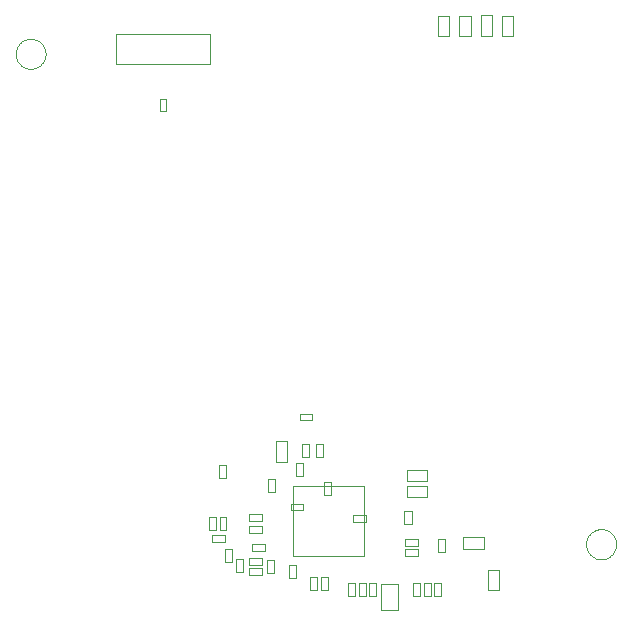
<source format=gbr>
%FSLAX44Y44*%
%MOMM*%
%SFA1B1*%

%IPPOS*%
%ADD117C,0.100000*%
G54D117*
X510699Y113249D02*
D01*
X510669Y114135*
X510576Y115017*
X510422Y115890*
X510208Y116750*
X509933Y117593*
X509601Y118415*
X509213Y119212*
X508770Y119979*
X508274Y120714*
X507728Y121413*
X507135Y122072*
X506497Y122687*
X505818Y123257*
X505101Y123778*
X504349Y124248*
X503567Y124664*
X502757Y125025*
X501924Y125328*
X501072Y125572*
X500205Y125756*
X499327Y125880*
X498442Y125942*
X497556*
X496672Y125880*
X495794Y125756*
X494927Y125572*
X494075Y125328*
X493242Y125025*
X492432Y124664*
X491649Y124248*
X490898Y123778*
X490180Y123257*
X489501Y122687*
X488864Y122072*
X488271Y121413*
X487725Y120714*
X487229Y119979*
X486786Y119212*
X486397Y118415*
X486065Y117593*
X485791Y116750*
X485577Y115890*
X485423Y115017*
X485330Y114135*
X485299Y113249*
X485330Y112364*
X485423Y111482*
X485577Y110609*
X485791Y109749*
X486065Y108906*
X486397Y108084*
X486786Y107287*
X487229Y106519*
X487725Y105784*
X488271Y105086*
X488864Y104427*
X489501Y103811*
X490180Y103242*
X490898Y102721*
X491649Y102251*
X492432Y101835*
X493242Y101474*
X494075Y101171*
X494927Y100927*
X495794Y100742*
X496672Y100619*
X497556Y100557*
X498442*
X499327Y100619*
X500205Y100742*
X501072Y100927*
X501924Y101171*
X502757Y101474*
X503567Y101835*
X504349Y102251*
X505101Y102721*
X505818Y103242*
X506497Y103811*
X507135Y104427*
X507728Y105086*
X508274Y105784*
X508770Y106519*
X509213Y107287*
X509601Y108084*
X509933Y108906*
X510208Y109749*
X510422Y110609*
X510576Y111482*
X510669Y112364*
X510699Y113249*
X27699Y528499D02*
D01*
X27668Y529385*
X27576Y530267*
X27422Y531140*
X27207Y532000*
X26933Y532843*
X26601Y533665*
X26213Y534462*
X25770Y535229*
X25274Y535964*
X24728Y536663*
X24135Y537322*
X23497Y537937*
X22818Y538507*
X22101Y539028*
X21349Y539498*
X20567Y539914*
X19757Y540275*
X18924Y540578*
X18072Y540822*
X17205Y541007*
X16327Y541130*
X15443Y541192*
X14556*
X13672Y541130*
X12794Y541007*
X11927Y540822*
X11075Y540578*
X10242Y540275*
X9432Y539914*
X8649Y539498*
X7898Y539028*
X7181Y538507*
X6501Y537937*
X5864Y537322*
X5271Y536663*
X4725Y535964*
X4229Y535229*
X3786Y534462*
X3397Y533665*
X3065Y532843*
X2791Y532000*
X2577Y531140*
X2423Y530267*
X2330Y529385*
X2299Y528499*
X2330Y527613*
X2423Y526732*
X2577Y525859*
X2791Y524999*
X3065Y524156*
X3397Y523334*
X3786Y522537*
X4229Y521769*
X4725Y521035*
X5271Y520336*
X5864Y519677*
X6501Y519061*
X7181Y518492*
X7898Y517971*
X8649Y517501*
X9432Y517085*
X10242Y516724*
X11075Y516421*
X11927Y516177*
X12794Y515992*
X13672Y515869*
X14556Y515807*
X15443*
X16327Y515869*
X17205Y515992*
X18072Y516177*
X18924Y516421*
X19757Y516724*
X20567Y517085*
X21349Y517501*
X22101Y517971*
X22818Y518492*
X23497Y519061*
X24135Y519677*
X24728Y520336*
X25274Y521035*
X25770Y521769*
X26213Y522537*
X26601Y523334*
X26933Y524156*
X27207Y524999*
X27422Y525859*
X27576Y526732*
X27668Y527613*
X27699Y528499*
X333249Y175999D02*
X350249D01*
X333249Y166499D02*
X350249D01*
X333249D02*
Y175999D01*
X350249Y166499D02*
Y175999D01*
X402249Y91749D02*
X411749D01*
X402249Y74249D02*
X411749D01*
Y91749*
X402249Y74249D02*
Y91749D01*
X174499Y169749D02*
X180499D01*
X174499Y180749D02*
X180499D01*
X174499Y169749D02*
Y180749D01*
X180499Y169749D02*
Y180749D01*
X179489Y115109D02*
Y121109D01*
X168489Y115109D02*
Y121109D01*
Y115109D02*
X179489D01*
X168489Y121109D02*
X179489D01*
X165909Y136309D02*
X171909D01*
X165909Y125309D02*
X171909D01*
Y136309*
X165909Y125309D02*
Y136309D01*
X199499Y86999D02*
Y92999D01*
X210499Y86999D02*
Y92999D01*
X199499D02*
X210499D01*
X199499Y86999D02*
X210499D01*
Y95999D02*
Y101999D01*
X199499Y95999D02*
Y101999D01*
Y95999D02*
X210499D01*
X199499Y101999D02*
X210499D01*
X260749Y85749D02*
X266749D01*
X260749Y74749D02*
X266749D01*
Y85749*
X260749Y74749D02*
Y85749D01*
X251749D02*
X257749D01*
X251749Y74749D02*
X257749D01*
Y85749*
X251749Y74749D02*
Y85749D01*
X359999Y106999D02*
X365999D01*
X359999Y117999D02*
X365999D01*
X359999Y106999D02*
Y117999D01*
X365999Y106999D02*
Y117999D01*
X256749Y186999D02*
X262749D01*
X256749Y197999D02*
X262749D01*
X256749Y186999D02*
Y197999D01*
X262749Y186999D02*
Y197999D01*
X179879Y109639D02*
X185879D01*
X179879Y98639D02*
X185879D01*
Y109639*
X179879Y98639D02*
Y109639D01*
X210999Y132999D02*
Y138999D01*
X199999Y132999D02*
Y138999D01*
Y132999D02*
X210999D01*
X199999Y138999D02*
X210999D01*
X210499Y122999D02*
Y128999D01*
X199499Y122999D02*
Y128999D01*
Y122999D02*
X210499D01*
X199499Y128999D02*
X210499D01*
X263499Y165749D02*
X269499D01*
X263499Y154749D02*
X269499D01*
X263499D02*
Y165749D01*
X269499Y154749D02*
Y165749D01*
X213779Y107489D02*
Y113489D01*
X202779Y107489D02*
Y113489D01*
Y107489D02*
X213779D01*
X202779Y113489D02*
X213779D01*
X332249Y111999D02*
Y117999D01*
X343249Y111999D02*
Y117999D01*
X332249D02*
X343249D01*
X332249Y111999D02*
X343249D01*
X188769Y100749D02*
X194769D01*
X188769Y89749D02*
X194769D01*
Y100749*
X188769Y89749D02*
Y100749D01*
X244649Y187539D02*
X250649D01*
X244649Y198539D02*
X250649D01*
X244649Y187539D02*
Y198539D01*
X250649Y187539D02*
Y198539D01*
X233749Y95999D02*
X239749D01*
X233749Y84999D02*
X239749D01*
Y95999*
X233749Y84999D02*
Y95999D01*
X239569Y171029D02*
X245569D01*
X239569Y182029D02*
X245569D01*
X239569Y171029D02*
Y182029D01*
X245569Y171029D02*
Y182029D01*
X332249Y103249D02*
Y109249D01*
X343249Y103249D02*
Y109249D01*
X332249D02*
X343249D01*
X332249Y103249D02*
X343249D01*
X338499Y80249D02*
X344499D01*
X338499Y69249D02*
X344499D01*
Y80249*
X338499Y69249D02*
Y80249D01*
X356749Y69249D02*
X362749D01*
X356749Y80249D02*
X362749D01*
X356749Y69249D02*
Y80249D01*
X362749Y69249D02*
Y80249D01*
X347749D02*
X353749D01*
X347749Y69249D02*
X353749D01*
Y80249*
X347749Y69249D02*
Y80249D01*
X301799Y80429D02*
X307799D01*
X301799Y69429D02*
X307799D01*
Y80429*
X301799Y69429D02*
Y80429D01*
X284019Y69429D02*
X290019D01*
X284019Y80429D02*
X290019D01*
X284019Y69429D02*
Y80429D01*
X290019Y69429D02*
Y80429D01*
X292909D02*
X298909D01*
X292909Y69429D02*
X298909D01*
Y80429*
X292909Y69429D02*
Y80429D01*
X298999Y131999D02*
Y137999D01*
X287999Y131999D02*
Y137999D01*
X298999*
X287999Y131999D02*
X298999D01*
X235249Y142249D02*
Y147749D01*
X245749Y142249D02*
Y147749D01*
X235249Y142249D02*
X245749D01*
X235249Y147749D02*
X245749D01*
X175049Y136059D02*
X180549D01*
X175049Y125559D02*
X180549D01*
Y136059*
X175049Y125559D02*
Y136059D01*
X215249Y89249D02*
X220749D01*
X215249Y99749D02*
X220749D01*
X215249Y89249D02*
Y99749D01*
X220749Y89249D02*
Y99749D01*
X414249Y543249D02*
X423749D01*
X414249Y560249D02*
X423749D01*
X414249Y543249D02*
Y560249D01*
X423749Y543249D02*
Y560249D01*
X378082Y543499D02*
X387582D01*
X378082Y560499D02*
X387582D01*
X378082Y543499D02*
Y560499D01*
X387582Y543499D02*
Y560499D01*
X396166Y543999D02*
X405666D01*
X396166Y560999D02*
X405666D01*
X396166Y543999D02*
Y560999D01*
X405666Y543999D02*
Y560999D01*
X359999Y543499D02*
X369499D01*
X359999Y560499D02*
X369499D01*
X359999Y543499D02*
Y560499D01*
X369499Y543499D02*
Y560499D01*
X331499Y129999D02*
X337499D01*
X331499Y140999D02*
X337499D01*
X331499Y129999D02*
Y140999D01*
X337499Y129999D02*
Y140999D01*
X216249Y168749D02*
X222250D01*
X216249Y157749D02*
X222250D01*
Y168749*
X216249Y157749D02*
Y168749D01*
X222579Y200409D02*
X232079D01*
X222579Y182909D02*
X232079D01*
Y200409*
X222579Y182909D02*
Y200409D01*
X311749Y57999D02*
X326249D01*
X311749Y79999D02*
X326249D01*
X311749Y57999D02*
Y79999D01*
X326249Y57999D02*
Y79999D01*
X381249Y109249D02*
Y119249D01*
X399249Y109249D02*
Y119249D01*
X381249D02*
X399249D01*
X381249Y109249D02*
X399249D01*
X237249Y102999D02*
Y162999D01*
X297249*
X237249Y102999D02*
X297249D01*
Y162999*
X124249Y479749D02*
X129749D01*
X124249Y490249D02*
X129749D01*
X124249Y479749D02*
Y490249D01*
X129749Y479749D02*
Y490249D01*
X242749Y223749D02*
X253249D01*
X242749Y218249D02*
X253249D01*
X242749D02*
Y223749D01*
X253249Y218249D02*
Y223749D01*
X333499Y162999D02*
X350499D01*
X333499Y153499D02*
X350499D01*
X333499D02*
Y162999D01*
X350499Y153499D02*
Y162999D01*
X86899Y545099D02*
X166899D01*
X86899Y519699D02*
Y545099D01*
Y519699D02*
X166899D01*
Y545099*
M02*
</source>
